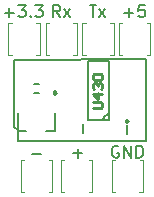
<source format=gto>
G75*
G70*
%OFA0B0*%
%FSLAX25Y25*%
%IPPOS*%
%LPD*%
%AMOC8*
5,1,8,0,0,1.08239X$1,22.5*
%
%ADD18C,0.00800*%
%ADD20C,0.00787*%
%ADD21C,0.00472*%
%ADD38C,0.00984*%
%ADD39C,0.01000*%
X0000000Y0000000D02*
%LPD*%
G01*
D20*
X0038339Y0016929D02*
X0037964Y0017117D01*
X0037402Y0017117D01*
X0036839Y0016929D01*
X0036464Y0016554D01*
X0036277Y0016179D01*
X0036089Y0015429D01*
X0036089Y0014867D01*
X0036277Y0014117D01*
X0036464Y0013742D01*
X0036839Y0013367D01*
X0037402Y0013180D01*
X0037777Y0013180D01*
X0038339Y0013367D01*
X0038526Y0013555D01*
X0038526Y0014867D01*
X0037777Y0014867D01*
X0040214Y0013180D02*
X0040214Y0017117D01*
X0042463Y0013180D01*
X0042463Y0017117D01*
X0044338Y0013180D02*
X0044338Y0017117D01*
X0045276Y0017117D01*
X0045838Y0016929D01*
X0046213Y0016554D01*
X0046400Y0016179D01*
X0046588Y0015429D01*
X0046588Y0014867D01*
X0046400Y0014117D01*
X0046213Y0013742D01*
X0045838Y0013367D01*
X0045276Y0013180D01*
X0044338Y0013180D01*
X0040326Y0061530D02*
X0043326Y0061530D01*
X0041826Y0060030D02*
X0041826Y0063030D01*
X0047075Y0063967D02*
X0045201Y0063967D01*
X0045013Y0062092D01*
X0045201Y0062280D01*
X0045576Y0062467D01*
X0046513Y0062467D01*
X0046888Y0062280D01*
X0047075Y0062092D01*
X0047263Y0061717D01*
X0047263Y0060780D01*
X0047075Y0060405D01*
X0046888Y0060217D01*
X0046513Y0060030D01*
X0045576Y0060030D01*
X0045201Y0060217D01*
X0045013Y0060405D01*
X0028778Y0063967D02*
X0031027Y0063967D01*
X0029903Y0060030D02*
X0029903Y0063967D01*
X0031965Y0060030D02*
X0034027Y0062655D01*
X0031965Y0062655D02*
X0034027Y0060030D01*
X0018916Y0060030D02*
X0017604Y0061905D01*
X0016667Y0060030D02*
X0016667Y0063967D01*
X0018166Y0063967D01*
X0018541Y0063780D01*
X0018729Y0063592D01*
X0018916Y0063217D01*
X0018916Y0062655D01*
X0018729Y0062280D01*
X0018541Y0062092D01*
X0018166Y0061905D01*
X0016667Y0061905D01*
X0020229Y0060030D02*
X0022291Y0062655D01*
X0020229Y0062655D02*
X0022291Y0060030D01*
X0000506Y0061530D02*
X0003506Y0061530D01*
X0002006Y0060030D02*
X0002006Y0063030D01*
X0005006Y0063967D02*
X0007443Y0063967D01*
X0006130Y0062467D01*
X0006693Y0062467D01*
X0007068Y0062280D01*
X0007255Y0062092D01*
X0007443Y0061717D01*
X0007443Y0060780D01*
X0007255Y0060405D01*
X0007068Y0060217D01*
X0006693Y0060030D01*
X0005568Y0060030D01*
X0005193Y0060217D01*
X0005006Y0060405D01*
X0009130Y0060405D02*
X0009318Y0060217D01*
X0009130Y0060030D01*
X0008943Y0060217D01*
X0009130Y0060405D01*
X0009130Y0060030D01*
X0010630Y0063967D02*
X0013067Y0063967D01*
X0011755Y0062467D01*
X0012317Y0062467D01*
X0012692Y0062280D01*
X0012880Y0062092D01*
X0013067Y0061717D01*
X0013067Y0060780D01*
X0012880Y0060405D01*
X0012692Y0060217D01*
X0012317Y0060030D01*
X0011192Y0060030D01*
X0010817Y0060217D01*
X0010630Y0060405D01*
X0009524Y0014286D02*
X0012523Y0014286D01*
X0023303Y0014679D02*
X0026303Y0014679D01*
X0024803Y0013180D02*
X0024803Y0016179D01*
D21*
X0020333Y0001850D02*
X0019173Y0001850D01*
X0019173Y0012323D02*
X0019173Y0001850D01*
X0020376Y0012323D02*
X0019173Y0012323D01*
X0029646Y0001850D02*
X0029646Y0012323D01*
X0028486Y0012323D02*
X0029646Y0012323D01*
X0028442Y0001850D02*
X0029646Y0001850D01*
X0011006Y0057992D02*
X0012165Y0057992D01*
X0002896Y0057992D02*
X0001693Y0057992D01*
X0002852Y0047520D02*
X0001693Y0047520D01*
X0010962Y0047520D02*
X0012165Y0047520D01*
X0001693Y0057992D02*
X0001693Y0047520D01*
X0012165Y0047520D02*
X0012165Y0057992D01*
X0047734Y0047520D02*
X0048937Y0047520D01*
X0038465Y0057992D02*
X0038465Y0047520D01*
X0039624Y0047520D02*
X0038465Y0047520D01*
X0048937Y0047520D02*
X0048937Y0057992D01*
X0039668Y0057992D02*
X0038465Y0057992D01*
X0047778Y0057992D02*
X0048937Y0057992D01*
D20*
X0003691Y0045784D02*
X0047687Y0045937D01*
X0003691Y0023353D02*
X0003691Y0045784D01*
X0004774Y0018825D02*
X0004774Y0018825D01*
X0047687Y0018825D02*
X0047687Y0045937D01*
X0004774Y0018825D02*
X0004774Y0022270D01*
X0003691Y0023353D02*
X0004774Y0022270D01*
X0004774Y0018825D02*
X0047687Y0018825D01*
D21*
X0006947Y0001850D02*
X0005787Y0001850D01*
X0016260Y0001850D02*
X0016260Y0012323D01*
X0015101Y0012323D02*
X0016260Y0012323D01*
X0005787Y0012323D02*
X0005787Y0001850D01*
X0015057Y0001850D02*
X0016260Y0001850D01*
X0006991Y0012323D02*
X0005787Y0012323D01*
X0023368Y0057992D02*
X0024528Y0057992D01*
X0023324Y0047520D02*
X0024528Y0047520D01*
X0015258Y0057992D02*
X0014055Y0057992D01*
X0014055Y0057992D02*
X0014055Y0047520D01*
X0015214Y0047520D02*
X0014055Y0047520D01*
X0024528Y0047520D02*
X0024528Y0057992D01*
X0046575Y0001850D02*
X0046575Y0012323D01*
X0045416Y0012323D02*
X0046575Y0012323D01*
X0045372Y0001850D02*
X0046575Y0001850D01*
X0037262Y0001850D02*
X0036102Y0001850D01*
X0036102Y0012323D02*
X0036102Y0001850D01*
X0037306Y0012323D02*
X0036102Y0012323D01*
X0026260Y0057992D02*
X0026260Y0047520D01*
X0035529Y0047520D02*
X0036732Y0047520D01*
X0027463Y0057992D02*
X0026260Y0057992D01*
X0036732Y0047520D02*
X0036732Y0057992D01*
X0035573Y0057992D02*
X0036732Y0057992D01*
X0027419Y0047520D02*
X0026260Y0047520D01*
X0003297Y0018432D02*
G01*
G75*
D38*
X0017569Y0034869D02*
X0016830Y0035295D01*
X0016830Y0034443D01*
X0017569Y0034869D01*
X0041663Y0025420D02*
X0040925Y0025846D01*
X0040925Y0024994D01*
X0041663Y0025420D01*
D20*
X0035167Y0027763D02*
X0034183Y0027499D01*
X0033462Y0026778D01*
X0033199Y0025794D01*
X0004773Y0018826D02*
X0004773Y0022271D01*
X0047687Y0018826D02*
X0047687Y0045937D01*
X0003691Y0045784D02*
X0047687Y0045937D01*
X0003691Y0023353D02*
X0003691Y0045784D01*
X0003691Y0023353D02*
X0004773Y0022271D01*
X0004773Y0018826D02*
X0004773Y0018826D01*
X0047687Y0018826D01*
X0004970Y0022192D02*
X0007628Y0022192D01*
X0014321Y0022192D02*
X0017175Y0022192D01*
X0017175Y0027999D01*
X0004970Y0022192D02*
X0004970Y0027999D01*
X0028179Y0045401D02*
X0035266Y0045401D01*
X0028179Y0025715D02*
X0035266Y0025715D01*
X0028179Y0025715D02*
X0028179Y0045401D01*
X0035266Y0025715D02*
X0035266Y0045401D01*
X0041092Y0021188D02*
X0041092Y0024141D01*
X0026525Y0021385D02*
X0026525Y0024338D01*
D18*
X0010187Y0034869D02*
X0011762Y0034869D01*
X0010191Y0037805D02*
X0011766Y0037805D01*
D39*
X0029853Y0029589D02*
X0032477Y0029589D01*
X0033001Y0030114D01*
X0033001Y0031163D01*
X0032477Y0031688D01*
X0029853Y0031688D01*
X0033001Y0034312D02*
X0029853Y0034312D01*
X0031427Y0032737D01*
X0031427Y0034836D01*
X0030378Y0035886D02*
X0029853Y0036411D01*
X0029853Y0037460D01*
X0030378Y0037985D01*
X0030902Y0037985D01*
X0031427Y0037460D01*
X0031427Y0036936D01*
X0031427Y0037460D01*
X0031952Y0037985D01*
X0032477Y0037985D01*
X0033001Y0037460D01*
X0033001Y0036411D01*
X0032477Y0035886D01*
X0030378Y0039035D02*
X0029853Y0039559D01*
X0029853Y0040609D01*
X0030378Y0041134D01*
X0032477Y0041134D01*
X0033001Y0040609D01*
X0033001Y0039559D01*
X0032477Y0039035D01*
X0030378Y0039035D01*
M02*

</source>
